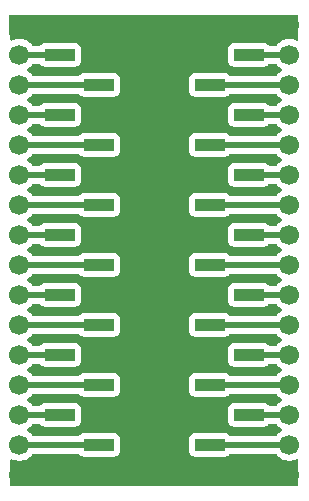
<source format=gbl>
G04 #@! TF.GenerationSoftware,KiCad,Pcbnew,9.0.6*
G04 #@! TF.CreationDate,2026-01-08T16:00:18-06:00*
G04 #@! TF.ProjectId,QFN-28_6x6_P0.65,51464e2d-3238-45f3-9678-365f50302e36,rev?*
G04 #@! TF.SameCoordinates,Original*
G04 #@! TF.FileFunction,Copper,L2,Bot*
G04 #@! TF.FilePolarity,Positive*
%FSLAX46Y46*%
G04 Gerber Fmt 4.6, Leading zero omitted, Abs format (unit mm)*
G04 Created by KiCad (PCBNEW 9.0.6) date 2026-01-08 16:00:18*
%MOMM*%
%LPD*%
G01*
G04 APERTURE LIST*
G04 Aperture macros list*
%AMRotRect*
0 Rectangle, with rotation*
0 The origin of the aperture is its center*
0 $1 length*
0 $2 width*
0 $3 Rotation angle, in degrees counterclockwise*
0 Add horizontal line*
21,1,$1,$2,0,0,$3*%
G04 Aperture macros list end*
G04 #@! TA.AperFunction,SMDPad,CuDef*
%ADD10R,2.510000X1.000000*%
G04 #@! TD*
G04 #@! TA.AperFunction,ComponentPad*
%ADD11C,1.700000*%
G04 #@! TD*
G04 #@! TA.AperFunction,ComponentPad*
%ADD12R,1.700000X1.700000*%
G04 #@! TD*
G04 #@! TA.AperFunction,HeatsinkPad*
%ADD13C,0.500000*%
G04 #@! TD*
G04 #@! TA.AperFunction,HeatsinkPad*
%ADD14RotRect,3.350000X3.350000X315.000000*%
G04 #@! TD*
G04 #@! TA.AperFunction,ViaPad*
%ADD15C,0.600000*%
G04 #@! TD*
G04 #@! TA.AperFunction,Conductor*
%ADD16C,0.500000*%
G04 #@! TD*
G04 APERTURE END LIST*
D10*
X121281000Y-91948000D03*
X124591000Y-94488000D03*
X121281000Y-97028000D03*
X124591000Y-99568000D03*
X121281000Y-102108000D03*
X124591000Y-104648000D03*
X121281000Y-107188000D03*
X124591000Y-109728000D03*
X121281000Y-112268000D03*
X124591000Y-114808000D03*
X121281000Y-117348000D03*
X124591000Y-119888000D03*
X121281000Y-122428000D03*
X124591000Y-124968000D03*
X121281000Y-127508000D03*
X124591000Y-130048000D03*
X111891000Y-91948000D03*
X108581000Y-94488000D03*
X111891000Y-97028000D03*
X108581000Y-99568000D03*
X111891000Y-102108000D03*
X108581000Y-104648000D03*
X111891000Y-107188000D03*
X108581000Y-109728000D03*
X111891000Y-112268000D03*
X108581000Y-114808000D03*
X111891000Y-117348000D03*
X108581000Y-119888000D03*
X111891000Y-122428000D03*
X108581000Y-124968000D03*
X111891000Y-127508000D03*
X108581000Y-130048000D03*
D11*
X128016000Y-91948000D03*
X128016000Y-94488000D03*
X128016000Y-97028000D03*
X128016000Y-99568000D03*
X128016000Y-102108000D03*
X128016000Y-104648000D03*
X128016000Y-107188000D03*
X128016000Y-109728000D03*
X128016000Y-112268000D03*
X128016000Y-114808000D03*
X128016000Y-117348000D03*
X128016000Y-119888000D03*
X128016000Y-122428000D03*
X128016000Y-124968000D03*
X128016000Y-127508000D03*
X128016000Y-130048000D03*
D12*
X105156000Y-91948000D03*
D11*
X105156000Y-94488000D03*
X105156000Y-97028000D03*
X105156000Y-99568000D03*
X105156000Y-102108000D03*
X105156000Y-104648000D03*
X105156000Y-107188000D03*
X105156000Y-109728000D03*
X105156000Y-112268000D03*
X105156000Y-114808000D03*
X105156000Y-117348000D03*
X105156000Y-119888000D03*
X105156000Y-122428000D03*
X105156000Y-124968000D03*
X105156000Y-127508000D03*
X105156000Y-130048000D03*
D13*
X116586000Y-107998484D03*
X117257751Y-107326733D03*
X117929503Y-106654981D03*
X118601254Y-105983230D03*
X115914249Y-107326733D03*
X116586000Y-106654981D03*
X117257751Y-105983230D03*
X117929503Y-105311479D03*
D14*
X116586000Y-105983230D03*
D13*
X115242497Y-106654981D03*
X115914249Y-105983230D03*
X116586000Y-105311479D03*
X117257751Y-104639727D03*
X114570746Y-105983230D03*
X115242497Y-105311479D03*
X115914249Y-104639727D03*
X116586000Y-103967976D03*
D15*
X116488625Y-123016723D03*
X116586000Y-101284230D03*
X116586000Y-110682230D03*
D16*
X124591000Y-94488000D02*
X128016000Y-94488000D01*
X121281000Y-97028000D02*
X128016000Y-97028000D01*
X124591000Y-99568000D02*
X128016000Y-99568000D01*
X121281000Y-102108000D02*
X128016000Y-102108000D01*
X124591000Y-104648000D02*
X128016000Y-104648000D01*
X121281000Y-107188000D02*
X128016000Y-107188000D01*
X124591000Y-109728000D02*
X128016000Y-109728000D01*
X121281000Y-112268000D02*
X128016000Y-112268000D01*
X124591000Y-114808000D02*
X128016000Y-114808000D01*
X121281000Y-117348000D02*
X128016000Y-117348000D01*
X124591000Y-119888000D02*
X128016000Y-119888000D01*
X121281000Y-122428000D02*
X128016000Y-122428000D01*
X124591000Y-124968000D02*
X128016000Y-124968000D01*
X128016000Y-127508000D02*
X121281000Y-127508000D01*
X105156000Y-130048000D02*
X128016000Y-130048000D01*
X111891000Y-127508000D02*
X105156000Y-127508000D01*
X105156000Y-124968000D02*
X108581000Y-124968000D01*
X111891000Y-122428000D02*
X105156000Y-122428000D01*
X105156000Y-119888000D02*
X108581000Y-119888000D01*
X111891000Y-117348000D02*
X105156000Y-117348000D01*
X105156000Y-114808000D02*
X108581000Y-114808000D01*
X111891000Y-112268000D02*
X105156000Y-112268000D01*
X105156000Y-109728000D02*
X108581000Y-109728000D01*
X111891000Y-107188000D02*
X105156000Y-107188000D01*
X105156000Y-104648000D02*
X108581000Y-104648000D01*
X111891000Y-102108000D02*
X105156000Y-102108000D01*
X105156000Y-99568000D02*
X108581000Y-99568000D01*
X111891000Y-97028000D02*
X105156000Y-97028000D01*
X105156000Y-94488000D02*
X108581000Y-94488000D01*
X111891000Y-91948000D02*
X128016000Y-91948000D01*
X105156000Y-91948000D02*
X111891000Y-91948000D01*
G04 #@! TA.AperFunction,Conductor*
G36*
X128728539Y-91136415D02*
G01*
X128774294Y-91189219D01*
X128785500Y-91240730D01*
X128785500Y-93162028D01*
X128765815Y-93229067D01*
X128713011Y-93274822D01*
X128643853Y-93284766D01*
X128605206Y-93272513D01*
X128534417Y-93236445D01*
X128534414Y-93236444D01*
X128534412Y-93236443D01*
X128332243Y-93170754D01*
X128332241Y-93170753D01*
X128332240Y-93170753D01*
X128170957Y-93145208D01*
X128122287Y-93137500D01*
X127909713Y-93137500D01*
X127861042Y-93145208D01*
X127699760Y-93170753D01*
X127497585Y-93236444D01*
X127308179Y-93332951D01*
X127136213Y-93457890D01*
X126985892Y-93608211D01*
X126929097Y-93686385D01*
X126873767Y-93729051D01*
X126828779Y-93737500D01*
X126345751Y-93737500D01*
X126278712Y-93717815D01*
X126246485Y-93687812D01*
X126203548Y-93630457D01*
X126203546Y-93630454D01*
X126203542Y-93630451D01*
X126088335Y-93544206D01*
X126088328Y-93544202D01*
X125953482Y-93493908D01*
X125953483Y-93493908D01*
X125893883Y-93487501D01*
X125893881Y-93487500D01*
X125893873Y-93487500D01*
X125893864Y-93487500D01*
X123288129Y-93487500D01*
X123288123Y-93487501D01*
X123228516Y-93493908D01*
X123093671Y-93544202D01*
X123093664Y-93544206D01*
X122978455Y-93630452D01*
X122978452Y-93630455D01*
X122892206Y-93745664D01*
X122892202Y-93745671D01*
X122841908Y-93880517D01*
X122835501Y-93940116D01*
X122835501Y-93940123D01*
X122835500Y-93940135D01*
X122835500Y-95035870D01*
X122835501Y-95035876D01*
X122841908Y-95095483D01*
X122892202Y-95230328D01*
X122892206Y-95230335D01*
X122978452Y-95345544D01*
X122978455Y-95345547D01*
X123093664Y-95431793D01*
X123093671Y-95431797D01*
X123228517Y-95482091D01*
X123228516Y-95482091D01*
X123235444Y-95482835D01*
X123288127Y-95488500D01*
X125893872Y-95488499D01*
X125953483Y-95482091D01*
X126088331Y-95431796D01*
X126203546Y-95345546D01*
X126230227Y-95309903D01*
X126246485Y-95288188D01*
X126302419Y-95246318D01*
X126345751Y-95238500D01*
X126828779Y-95238500D01*
X126895818Y-95258185D01*
X126929097Y-95289615D01*
X126985892Y-95367788D01*
X127136213Y-95518109D01*
X127308182Y-95643050D01*
X127316946Y-95647516D01*
X127367742Y-95695491D01*
X127384536Y-95763312D01*
X127361998Y-95829447D01*
X127316946Y-95868484D01*
X127308182Y-95872949D01*
X127136213Y-95997890D01*
X126985892Y-96148211D01*
X126929097Y-96226385D01*
X126873767Y-96269051D01*
X126828779Y-96277500D01*
X123035751Y-96277500D01*
X122968712Y-96257815D01*
X122936485Y-96227812D01*
X122893548Y-96170457D01*
X122893546Y-96170454D01*
X122893542Y-96170451D01*
X122778335Y-96084206D01*
X122778328Y-96084202D01*
X122643482Y-96033908D01*
X122643483Y-96033908D01*
X122583883Y-96027501D01*
X122583881Y-96027500D01*
X122583873Y-96027500D01*
X122583864Y-96027500D01*
X119978129Y-96027500D01*
X119978123Y-96027501D01*
X119918516Y-96033908D01*
X119783671Y-96084202D01*
X119783664Y-96084206D01*
X119668455Y-96170452D01*
X119668452Y-96170455D01*
X119582206Y-96285664D01*
X119582202Y-96285671D01*
X119531908Y-96420517D01*
X119525501Y-96480116D01*
X119525501Y-96480123D01*
X119525500Y-96480135D01*
X119525500Y-97575870D01*
X119525501Y-97575876D01*
X119531908Y-97635483D01*
X119582202Y-97770328D01*
X119582206Y-97770335D01*
X119668452Y-97885544D01*
X119668455Y-97885547D01*
X119783664Y-97971793D01*
X119783671Y-97971797D01*
X119918517Y-98022091D01*
X119918516Y-98022091D01*
X119925444Y-98022835D01*
X119978127Y-98028500D01*
X122583872Y-98028499D01*
X122643483Y-98022091D01*
X122778331Y-97971796D01*
X122893546Y-97885546D01*
X122920227Y-97849903D01*
X122936485Y-97828188D01*
X122992419Y-97786318D01*
X123035751Y-97778500D01*
X126828779Y-97778500D01*
X126895818Y-97798185D01*
X126929097Y-97829615D01*
X126985892Y-97907788D01*
X127136213Y-98058109D01*
X127308182Y-98183050D01*
X127316946Y-98187516D01*
X127367742Y-98235491D01*
X127384536Y-98303312D01*
X127361998Y-98369447D01*
X127316946Y-98408484D01*
X127308182Y-98412949D01*
X127136213Y-98537890D01*
X126985892Y-98688211D01*
X126929097Y-98766385D01*
X126873767Y-98809051D01*
X126828779Y-98817500D01*
X126345751Y-98817500D01*
X126278712Y-98797815D01*
X126246485Y-98767812D01*
X126203548Y-98710457D01*
X126203546Y-98710454D01*
X126203542Y-98710451D01*
X126088335Y-98624206D01*
X126088328Y-98624202D01*
X125953482Y-98573908D01*
X125953483Y-98573908D01*
X125893883Y-98567501D01*
X125893881Y-98567500D01*
X125893873Y-98567500D01*
X125893864Y-98567500D01*
X123288129Y-98567500D01*
X123288123Y-98567501D01*
X123228516Y-98573908D01*
X123093671Y-98624202D01*
X123093664Y-98624206D01*
X122978455Y-98710452D01*
X122978452Y-98710455D01*
X122892206Y-98825664D01*
X122892202Y-98825671D01*
X122841908Y-98960517D01*
X122835501Y-99020116D01*
X122835501Y-99020123D01*
X122835500Y-99020135D01*
X122835500Y-100115870D01*
X122835501Y-100115876D01*
X122841908Y-100175483D01*
X122892202Y-100310328D01*
X122892206Y-100310335D01*
X122978452Y-100425544D01*
X122978455Y-100425547D01*
X123093664Y-100511793D01*
X123093671Y-100511797D01*
X123228517Y-100562091D01*
X123228516Y-100562091D01*
X123235444Y-100562835D01*
X123288127Y-100568500D01*
X125893872Y-100568499D01*
X125953483Y-100562091D01*
X126088331Y-100511796D01*
X126203546Y-100425546D01*
X126230227Y-100389903D01*
X126246485Y-100368188D01*
X126302419Y-100326318D01*
X126345751Y-100318500D01*
X126828779Y-100318500D01*
X126895818Y-100338185D01*
X126929097Y-100369615D01*
X126985892Y-100447788D01*
X127136213Y-100598109D01*
X127308182Y-100723050D01*
X127316946Y-100727516D01*
X127367742Y-100775491D01*
X127384536Y-100843312D01*
X127361998Y-100909447D01*
X127316946Y-100948484D01*
X127308182Y-100952949D01*
X127136213Y-101077890D01*
X126985892Y-101228211D01*
X126929097Y-101306385D01*
X126873767Y-101349051D01*
X126828779Y-101357500D01*
X123035751Y-101357500D01*
X122968712Y-101337815D01*
X122936485Y-101307812D01*
X122893548Y-101250457D01*
X122893546Y-101250454D01*
X122893542Y-101250451D01*
X122778335Y-101164206D01*
X122778328Y-101164202D01*
X122643482Y-101113908D01*
X122643483Y-101113908D01*
X122583883Y-101107501D01*
X122583881Y-101107500D01*
X122583873Y-101107500D01*
X122583864Y-101107500D01*
X119978129Y-101107500D01*
X119978123Y-101107501D01*
X119918516Y-101113908D01*
X119783671Y-101164202D01*
X119783664Y-101164206D01*
X119668455Y-101250452D01*
X119668452Y-101250455D01*
X119582206Y-101365664D01*
X119582202Y-101365671D01*
X119531908Y-101500517D01*
X119525501Y-101560116D01*
X119525501Y-101560123D01*
X119525500Y-101560135D01*
X119525500Y-102655870D01*
X119525501Y-102655876D01*
X119531908Y-102715483D01*
X119582202Y-102850328D01*
X119582206Y-102850335D01*
X119668452Y-102965544D01*
X119668455Y-102965547D01*
X119783664Y-103051793D01*
X119783671Y-103051797D01*
X119918517Y-103102091D01*
X119918516Y-103102091D01*
X119925444Y-103102835D01*
X119978127Y-103108500D01*
X122583872Y-103108499D01*
X122643483Y-103102091D01*
X122778331Y-103051796D01*
X122893546Y-102965546D01*
X122920227Y-102929903D01*
X122936485Y-102908188D01*
X122992419Y-102866318D01*
X123035751Y-102858500D01*
X126828779Y-102858500D01*
X126895818Y-102878185D01*
X126929097Y-102909615D01*
X126985892Y-102987788D01*
X127136213Y-103138109D01*
X127308182Y-103263050D01*
X127316946Y-103267516D01*
X127367742Y-103315491D01*
X127384536Y-103383312D01*
X127361998Y-103449447D01*
X127316946Y-103488484D01*
X127308182Y-103492949D01*
X127136213Y-103617890D01*
X126985892Y-103768211D01*
X126929097Y-103846385D01*
X126873767Y-103889051D01*
X126828779Y-103897500D01*
X126345751Y-103897500D01*
X126278712Y-103877815D01*
X126246485Y-103847812D01*
X126203548Y-103790457D01*
X126203546Y-103790454D01*
X126203542Y-103790451D01*
X126088335Y-103704206D01*
X126088328Y-103704202D01*
X125953482Y-103653908D01*
X125953483Y-103653908D01*
X125893883Y-103647501D01*
X125893881Y-103647500D01*
X125893873Y-103647500D01*
X125893864Y-103647500D01*
X123288129Y-103647500D01*
X123288123Y-103647501D01*
X123228516Y-103653908D01*
X123093671Y-103704202D01*
X123093664Y-103704206D01*
X122978455Y-103790452D01*
X122978452Y-103790455D01*
X122892206Y-103905664D01*
X122892202Y-103905671D01*
X122841908Y-104040517D01*
X122835501Y-104100116D01*
X122835501Y-104100123D01*
X122835500Y-104100135D01*
X122835500Y-105195870D01*
X122835501Y-105195876D01*
X122841908Y-105255483D01*
X122892202Y-105390328D01*
X122892206Y-105390335D01*
X122978452Y-105505544D01*
X122978455Y-105505547D01*
X123093664Y-105591793D01*
X123093671Y-105591797D01*
X123228517Y-105642091D01*
X123228516Y-105642091D01*
X123235444Y-105642835D01*
X123288127Y-105648500D01*
X125893872Y-105648499D01*
X125953483Y-105642091D01*
X126088331Y-105591796D01*
X126203546Y-105505546D01*
X126230227Y-105469903D01*
X126246485Y-105448188D01*
X126302419Y-105406318D01*
X126345751Y-105398500D01*
X126828779Y-105398500D01*
X126895818Y-105418185D01*
X126929097Y-105449615D01*
X126985892Y-105527788D01*
X127136213Y-105678109D01*
X127308182Y-105803050D01*
X127316946Y-105807516D01*
X127367742Y-105855491D01*
X127384536Y-105923312D01*
X127361998Y-105989447D01*
X127316946Y-106028484D01*
X127308182Y-106032949D01*
X127136213Y-106157890D01*
X126985892Y-106308211D01*
X126929097Y-106386385D01*
X126873767Y-106429051D01*
X126828779Y-106437500D01*
X123035751Y-106437500D01*
X122968712Y-106417815D01*
X122936485Y-106387812D01*
X122893548Y-106330457D01*
X122893546Y-106330454D01*
X122893542Y-106330451D01*
X122778335Y-106244206D01*
X122778328Y-106244202D01*
X122643482Y-106193908D01*
X122643483Y-106193908D01*
X122583883Y-106187501D01*
X122583881Y-106187500D01*
X122583873Y-106187500D01*
X122583864Y-106187500D01*
X119978129Y-106187500D01*
X119978123Y-106187501D01*
X119918516Y-106193908D01*
X119783671Y-106244202D01*
X119783664Y-106244206D01*
X119668455Y-106330452D01*
X119668452Y-106330455D01*
X119582206Y-106445664D01*
X119582202Y-106445671D01*
X119531908Y-106580517D01*
X119525501Y-106640116D01*
X119525501Y-106640123D01*
X119525500Y-106640135D01*
X119525500Y-107735870D01*
X119525501Y-107735876D01*
X119531908Y-107795483D01*
X119582202Y-107930328D01*
X119582206Y-107930335D01*
X119668452Y-108045544D01*
X119668455Y-108045547D01*
X119783664Y-108131793D01*
X119783671Y-108131797D01*
X119918517Y-108182091D01*
X119918516Y-108182091D01*
X119925444Y-108182835D01*
X119978127Y-108188500D01*
X122583872Y-108188499D01*
X122643483Y-108182091D01*
X122778331Y-108131796D01*
X122893546Y-108045546D01*
X122920227Y-108009903D01*
X122936485Y-107988188D01*
X122992419Y-107946318D01*
X123035751Y-107938500D01*
X126828779Y-107938500D01*
X126895818Y-107958185D01*
X126929097Y-107989615D01*
X126985892Y-108067788D01*
X127136213Y-108218109D01*
X127308182Y-108343050D01*
X127316946Y-108347516D01*
X127367742Y-108395491D01*
X127384536Y-108463312D01*
X127361998Y-108529447D01*
X127316946Y-108568484D01*
X127308182Y-108572949D01*
X127136213Y-108697890D01*
X126985892Y-108848211D01*
X126929097Y-108926385D01*
X126873767Y-108969051D01*
X126828779Y-108977500D01*
X126345751Y-108977500D01*
X126278712Y-108957815D01*
X126246485Y-108927812D01*
X126203548Y-108870457D01*
X126203546Y-108870454D01*
X126203542Y-108870451D01*
X126088335Y-108784206D01*
X126088328Y-108784202D01*
X125953482Y-108733908D01*
X125953483Y-108733908D01*
X125893883Y-108727501D01*
X125893881Y-108727500D01*
X125893873Y-108727500D01*
X125893864Y-108727500D01*
X123288129Y-108727500D01*
X123288123Y-108727501D01*
X123228516Y-108733908D01*
X123093671Y-108784202D01*
X123093664Y-108784206D01*
X122978455Y-108870452D01*
X122978452Y-108870455D01*
X122892206Y-108985664D01*
X122892202Y-108985671D01*
X122841908Y-109120517D01*
X122835501Y-109180116D01*
X122835501Y-109180123D01*
X122835500Y-109180135D01*
X122835500Y-110275870D01*
X122835501Y-110275876D01*
X122841908Y-110335483D01*
X122892202Y-110470328D01*
X122892206Y-110470335D01*
X122978452Y-110585544D01*
X122978455Y-110585547D01*
X123093664Y-110671793D01*
X123093671Y-110671797D01*
X123228517Y-110722091D01*
X123228516Y-110722091D01*
X123235444Y-110722835D01*
X123288127Y-110728500D01*
X125893872Y-110728499D01*
X125953483Y-110722091D01*
X126088331Y-110671796D01*
X126203546Y-110585546D01*
X126230227Y-110549903D01*
X126246485Y-110528188D01*
X126302419Y-110486318D01*
X126345751Y-110478500D01*
X126828779Y-110478500D01*
X126895818Y-110498185D01*
X126929097Y-110529615D01*
X126985892Y-110607788D01*
X127136213Y-110758109D01*
X127308182Y-110883050D01*
X127316946Y-110887516D01*
X127367742Y-110935491D01*
X127384536Y-111003312D01*
X127361998Y-111069447D01*
X127316946Y-111108484D01*
X127308182Y-111112949D01*
X127136213Y-111237890D01*
X126985892Y-111388211D01*
X126929097Y-111466385D01*
X126873767Y-111509051D01*
X126828779Y-111517500D01*
X123035751Y-111517500D01*
X122968712Y-111497815D01*
X122936485Y-111467812D01*
X122893548Y-111410457D01*
X122893546Y-111410454D01*
X122893542Y-111410451D01*
X122778335Y-111324206D01*
X122778328Y-111324202D01*
X122643482Y-111273908D01*
X122643483Y-111273908D01*
X122583883Y-111267501D01*
X122583881Y-111267500D01*
X122583873Y-111267500D01*
X122583864Y-111267500D01*
X119978129Y-111267500D01*
X119978123Y-111267501D01*
X119918516Y-111273908D01*
X119783671Y-111324202D01*
X119783664Y-111324206D01*
X119668455Y-111410452D01*
X119668452Y-111410455D01*
X119582206Y-111525664D01*
X119582202Y-111525671D01*
X119531908Y-111660517D01*
X119525501Y-111720116D01*
X119525501Y-111720123D01*
X119525500Y-111720135D01*
X119525500Y-112815870D01*
X119525501Y-112815876D01*
X119531908Y-112875483D01*
X119582202Y-113010328D01*
X119582206Y-113010335D01*
X119668452Y-113125544D01*
X119668455Y-113125547D01*
X119783664Y-113211793D01*
X119783671Y-113211797D01*
X119918517Y-113262091D01*
X119918516Y-113262091D01*
X119925444Y-113262835D01*
X119978127Y-113268500D01*
X122583872Y-113268499D01*
X122643483Y-113262091D01*
X122778331Y-113211796D01*
X122893546Y-113125546D01*
X122920227Y-113089903D01*
X122936485Y-113068188D01*
X122992419Y-113026318D01*
X123035751Y-113018500D01*
X126828779Y-113018500D01*
X126895818Y-113038185D01*
X126929097Y-113069615D01*
X126985892Y-113147788D01*
X127136213Y-113298109D01*
X127308182Y-113423050D01*
X127316946Y-113427516D01*
X127367742Y-113475491D01*
X127384536Y-113543312D01*
X127361998Y-113609447D01*
X127316946Y-113648484D01*
X127308182Y-113652949D01*
X127136213Y-113777890D01*
X126985892Y-113928211D01*
X126929097Y-114006385D01*
X126873767Y-114049051D01*
X126828779Y-114057500D01*
X126345751Y-114057500D01*
X126278712Y-114037815D01*
X126246485Y-114007812D01*
X126203548Y-113950457D01*
X126203546Y-113950454D01*
X126203542Y-113950451D01*
X126088335Y-113864206D01*
X126088328Y-113864202D01*
X125953482Y-113813908D01*
X125953483Y-113813908D01*
X125893883Y-113807501D01*
X125893881Y-113807500D01*
X125893873Y-113807500D01*
X125893864Y-113807500D01*
X123288129Y-113807500D01*
X123288123Y-113807501D01*
X123228516Y-113813908D01*
X123093671Y-113864202D01*
X123093664Y-113864206D01*
X122978455Y-113950452D01*
X122978452Y-113950455D01*
X122892206Y-114065664D01*
X122892202Y-114065671D01*
X122841908Y-114200517D01*
X122835501Y-114260116D01*
X122835501Y-114260123D01*
X122835500Y-114260135D01*
X122835500Y-115355870D01*
X122835501Y-115355876D01*
X122841908Y-115415483D01*
X122892202Y-115550328D01*
X122892206Y-115550335D01*
X122978452Y-115665544D01*
X122978455Y-115665547D01*
X123093664Y-115751793D01*
X123093671Y-115751797D01*
X123228517Y-115802091D01*
X123228516Y-115802091D01*
X123235444Y-115802835D01*
X123288127Y-115808500D01*
X125893872Y-115808499D01*
X125953483Y-115802091D01*
X126088331Y-115751796D01*
X126203546Y-115665546D01*
X126230227Y-115629903D01*
X126246485Y-115608188D01*
X126302419Y-115566318D01*
X126345751Y-115558500D01*
X126828779Y-115558500D01*
X126895818Y-115578185D01*
X126929097Y-115609615D01*
X126985892Y-115687788D01*
X127136213Y-115838109D01*
X127308182Y-115963050D01*
X127316946Y-115967516D01*
X127367742Y-116015491D01*
X127384536Y-116083312D01*
X127361998Y-116149447D01*
X127316946Y-116188484D01*
X127308182Y-116192949D01*
X127136213Y-116317890D01*
X126985892Y-116468211D01*
X126929097Y-116546385D01*
X126873767Y-116589051D01*
X126828779Y-116597500D01*
X123035751Y-116597500D01*
X122968712Y-116577815D01*
X122936485Y-116547812D01*
X122893548Y-116490457D01*
X122893546Y-116490454D01*
X122893542Y-116490451D01*
X122778335Y-116404206D01*
X122778328Y-116404202D01*
X122643482Y-116353908D01*
X122643483Y-116353908D01*
X122583883Y-116347501D01*
X122583881Y-116347500D01*
X122583873Y-116347500D01*
X122583864Y-116347500D01*
X119978129Y-116347500D01*
X119978123Y-116347501D01*
X119918516Y-116353908D01*
X119783671Y-116404202D01*
X119783664Y-116404206D01*
X119668455Y-116490452D01*
X119668452Y-116490455D01*
X119582206Y-116605664D01*
X119582202Y-116605671D01*
X119531908Y-116740517D01*
X119525501Y-116800116D01*
X119525501Y-116800123D01*
X119525500Y-116800135D01*
X119525500Y-117895870D01*
X119525501Y-117895876D01*
X119531908Y-117955483D01*
X119582202Y-118090328D01*
X119582206Y-118090335D01*
X119668452Y-118205544D01*
X119668455Y-118205547D01*
X119783664Y-118291793D01*
X119783671Y-118291797D01*
X119918517Y-118342091D01*
X119918516Y-118342091D01*
X119925444Y-118342835D01*
X119978127Y-118348500D01*
X122583872Y-118348499D01*
X122643483Y-118342091D01*
X122778331Y-118291796D01*
X122893546Y-118205546D01*
X122920227Y-118169903D01*
X122936485Y-118148188D01*
X122992419Y-118106318D01*
X123035751Y-118098500D01*
X126828779Y-118098500D01*
X126895818Y-118118185D01*
X126929097Y-118149615D01*
X126985892Y-118227788D01*
X127136213Y-118378109D01*
X127308182Y-118503050D01*
X127316946Y-118507516D01*
X127367742Y-118555491D01*
X127384536Y-118623312D01*
X127361998Y-118689447D01*
X127316946Y-118728484D01*
X127308182Y-118732949D01*
X127136213Y-118857890D01*
X126985892Y-119008211D01*
X126929097Y-119086385D01*
X126873767Y-119129051D01*
X126828779Y-119137500D01*
X126345751Y-119137500D01*
X126278712Y-119117815D01*
X126246485Y-119087812D01*
X126203548Y-119030457D01*
X126203546Y-119030454D01*
X126203542Y-119030451D01*
X126088335Y-118944206D01*
X126088328Y-118944202D01*
X125953482Y-118893908D01*
X125953483Y-118893908D01*
X125893883Y-118887501D01*
X125893881Y-118887500D01*
X125893873Y-118887500D01*
X125893864Y-118887500D01*
X123288129Y-118887500D01*
X123288123Y-118887501D01*
X123228516Y-118893908D01*
X123093671Y-118944202D01*
X123093664Y-118944206D01*
X122978455Y-119030452D01*
X122978452Y-119030455D01*
X122892206Y-119145664D01*
X122892202Y-119145671D01*
X122841908Y-119280517D01*
X122835501Y-119340116D01*
X122835501Y-119340123D01*
X122835500Y-119340135D01*
X122835500Y-120435870D01*
X122835501Y-120435876D01*
X122841908Y-120495483D01*
X122892202Y-120630328D01*
X122892206Y-120630335D01*
X122978452Y-120745544D01*
X122978455Y-120745547D01*
X123093664Y-120831793D01*
X123093671Y-120831797D01*
X123228517Y-120882091D01*
X123228516Y-120882091D01*
X123235444Y-120882835D01*
X123288127Y-120888500D01*
X125893872Y-120888499D01*
X125953483Y-120882091D01*
X126088331Y-120831796D01*
X126203546Y-120745546D01*
X126230227Y-120709903D01*
X126246485Y-120688188D01*
X126302419Y-120646318D01*
X126345751Y-120638500D01*
X126828779Y-120638500D01*
X126895818Y-120658185D01*
X126929097Y-120689615D01*
X126985892Y-120767788D01*
X127136213Y-120918109D01*
X127308182Y-121043050D01*
X127316946Y-121047516D01*
X127367742Y-121095491D01*
X127384536Y-121163312D01*
X127361998Y-121229447D01*
X127316946Y-121268484D01*
X127308182Y-121272949D01*
X127136213Y-121397890D01*
X126985892Y-121548211D01*
X126929097Y-121626385D01*
X126873767Y-121669051D01*
X126828779Y-121677500D01*
X123035751Y-121677500D01*
X122968712Y-121657815D01*
X122936485Y-121627812D01*
X122893548Y-121570457D01*
X122893546Y-121570454D01*
X122893542Y-121570451D01*
X122778335Y-121484206D01*
X122778328Y-121484202D01*
X122643482Y-121433908D01*
X122643483Y-121433908D01*
X122583883Y-121427501D01*
X122583881Y-121427500D01*
X122583873Y-121427500D01*
X122583864Y-121427500D01*
X119978129Y-121427500D01*
X119978123Y-121427501D01*
X119918516Y-121433908D01*
X119783671Y-121484202D01*
X119783664Y-121484206D01*
X119668455Y-121570452D01*
X119668452Y-121570455D01*
X119582206Y-121685664D01*
X119582202Y-121685671D01*
X119531908Y-121820517D01*
X119525501Y-121880116D01*
X119525501Y-121880123D01*
X119525500Y-121880135D01*
X119525500Y-122975870D01*
X119525501Y-122975876D01*
X119531908Y-123035483D01*
X119582202Y-123170328D01*
X119582206Y-123170335D01*
X119668452Y-123285544D01*
X119668455Y-123285547D01*
X119783664Y-123371793D01*
X119783671Y-123371797D01*
X119918517Y-123422091D01*
X119918516Y-123422091D01*
X119925444Y-123422835D01*
X119978127Y-123428500D01*
X122583872Y-123428499D01*
X122643483Y-123422091D01*
X122778331Y-123371796D01*
X122893546Y-123285546D01*
X122920227Y-123249903D01*
X122936485Y-123228188D01*
X122992419Y-123186318D01*
X123035751Y-123178500D01*
X126828779Y-123178500D01*
X126895818Y-123198185D01*
X126929097Y-123229615D01*
X126985892Y-123307788D01*
X127136213Y-123458109D01*
X127308182Y-123583050D01*
X127316946Y-123587516D01*
X127367742Y-123635491D01*
X127384536Y-123703312D01*
X127361998Y-123769447D01*
X127316946Y-123808484D01*
X127308182Y-123812949D01*
X127136213Y-123937890D01*
X126985892Y-124088211D01*
X126929097Y-124166385D01*
X126873767Y-124209051D01*
X126828779Y-124217500D01*
X126345751Y-124217500D01*
X126278712Y-124197815D01*
X126246485Y-124167812D01*
X126203548Y-124110457D01*
X126203546Y-124110454D01*
X126203542Y-124110451D01*
X126088335Y-124024206D01*
X126088328Y-124024202D01*
X125953482Y-123973908D01*
X125953483Y-123973908D01*
X125893883Y-123967501D01*
X125893881Y-123967500D01*
X125893873Y-123967500D01*
X125893864Y-123967500D01*
X123288129Y-123967500D01*
X123288123Y-123967501D01*
X123228516Y-123973908D01*
X123093671Y-124024202D01*
X123093664Y-124024206D01*
X122978455Y-124110452D01*
X122978452Y-124110455D01*
X122892206Y-124225664D01*
X122892202Y-124225671D01*
X122841908Y-124360517D01*
X122835501Y-124420116D01*
X122835501Y-124420123D01*
X122835500Y-124420135D01*
X122835500Y-125515870D01*
X122835501Y-125515876D01*
X122841908Y-125575483D01*
X122892202Y-125710328D01*
X122892206Y-125710335D01*
X122978452Y-125825544D01*
X122978455Y-125825547D01*
X123093664Y-125911793D01*
X123093671Y-125911797D01*
X123228517Y-125962091D01*
X123228516Y-125962091D01*
X123235444Y-125962835D01*
X123288127Y-125968500D01*
X125893872Y-125968499D01*
X125953483Y-125962091D01*
X126088331Y-125911796D01*
X126203546Y-125825546D01*
X126230227Y-125789903D01*
X126246485Y-125768188D01*
X126302419Y-125726318D01*
X126345751Y-125718500D01*
X126828779Y-125718500D01*
X126895818Y-125738185D01*
X126929097Y-125769615D01*
X126985892Y-125847788D01*
X127136213Y-125998109D01*
X127308182Y-126123050D01*
X127316946Y-126127516D01*
X127367742Y-126175491D01*
X127384536Y-126243312D01*
X127361998Y-126309447D01*
X127316946Y-126348484D01*
X127308182Y-126352949D01*
X127136213Y-126477890D01*
X126985892Y-126628211D01*
X126929097Y-126706385D01*
X126873767Y-126749051D01*
X126828779Y-126757500D01*
X123035751Y-126757500D01*
X122968712Y-126737815D01*
X122936485Y-126707812D01*
X122893548Y-126650457D01*
X122893546Y-126650454D01*
X122893542Y-126650451D01*
X122778335Y-126564206D01*
X122778328Y-126564202D01*
X122643482Y-126513908D01*
X122643483Y-126513908D01*
X122583883Y-126507501D01*
X122583881Y-126507500D01*
X122583873Y-126507500D01*
X122583864Y-126507500D01*
X119978129Y-126507500D01*
X119978123Y-126507501D01*
X119918516Y-126513908D01*
X119783671Y-126564202D01*
X119783664Y-126564206D01*
X119668455Y-126650452D01*
X119668452Y-126650455D01*
X119582206Y-126765664D01*
X119582202Y-126765671D01*
X119531908Y-126900517D01*
X119525501Y-126960116D01*
X119525501Y-126960123D01*
X119525500Y-126960135D01*
X119525500Y-128055870D01*
X119525501Y-128055876D01*
X119531908Y-128115483D01*
X119582202Y-128250328D01*
X119582206Y-128250335D01*
X119668452Y-128365544D01*
X119668455Y-128365547D01*
X119783664Y-128451793D01*
X119783671Y-128451797D01*
X119918517Y-128502091D01*
X119918516Y-128502091D01*
X119925444Y-128502835D01*
X119978127Y-128508500D01*
X122583872Y-128508499D01*
X122643483Y-128502091D01*
X122778331Y-128451796D01*
X122893546Y-128365546D01*
X122920227Y-128329903D01*
X122936485Y-128308188D01*
X122992419Y-128266318D01*
X123035751Y-128258500D01*
X126828779Y-128258500D01*
X126895818Y-128278185D01*
X126929097Y-128309615D01*
X126985892Y-128387788D01*
X127136213Y-128538109D01*
X127308179Y-128663048D01*
X127308181Y-128663049D01*
X127308184Y-128663051D01*
X127497588Y-128759557D01*
X127699757Y-128825246D01*
X127909713Y-128858500D01*
X127909714Y-128858500D01*
X128122286Y-128858500D01*
X128122287Y-128858500D01*
X128332243Y-128825246D01*
X128534412Y-128759557D01*
X128605205Y-128723485D01*
X128673874Y-128710590D01*
X128738614Y-128736866D01*
X128778872Y-128793972D01*
X128785500Y-128833971D01*
X128785500Y-130885730D01*
X128765815Y-130952769D01*
X128713011Y-130998524D01*
X128661500Y-131009730D01*
X104510500Y-131009730D01*
X104443461Y-130990045D01*
X104397706Y-130937241D01*
X104386500Y-130885730D01*
X104386500Y-128833971D01*
X104406185Y-128766932D01*
X104458989Y-128721177D01*
X104528147Y-128711233D01*
X104566793Y-128723485D01*
X104637588Y-128759557D01*
X104839757Y-128825246D01*
X105049713Y-128858500D01*
X105049714Y-128858500D01*
X105262286Y-128858500D01*
X105262287Y-128858500D01*
X105472243Y-128825246D01*
X105674412Y-128759557D01*
X105863816Y-128663051D01*
X105885789Y-128647086D01*
X106035786Y-128538109D01*
X106035788Y-128538106D01*
X106035792Y-128538104D01*
X106186104Y-128387792D01*
X106202266Y-128365547D01*
X106242903Y-128309615D01*
X106298233Y-128266949D01*
X106343221Y-128258500D01*
X110136249Y-128258500D01*
X110203288Y-128278185D01*
X110235515Y-128308188D01*
X110278451Y-128365542D01*
X110278454Y-128365546D01*
X110278457Y-128365548D01*
X110393664Y-128451793D01*
X110393671Y-128451797D01*
X110528517Y-128502091D01*
X110528516Y-128502091D01*
X110535444Y-128502835D01*
X110588127Y-128508500D01*
X113193872Y-128508499D01*
X113253483Y-128502091D01*
X113388331Y-128451796D01*
X113503546Y-128365546D01*
X113589796Y-128250331D01*
X113640091Y-128115483D01*
X113646500Y-128055873D01*
X113646499Y-126960128D01*
X113640091Y-126900517D01*
X113589796Y-126765669D01*
X113589795Y-126765668D01*
X113589793Y-126765664D01*
X113503547Y-126650455D01*
X113503544Y-126650452D01*
X113388335Y-126564206D01*
X113388328Y-126564202D01*
X113253482Y-126513908D01*
X113253483Y-126513908D01*
X113193883Y-126507501D01*
X113193881Y-126507500D01*
X113193873Y-126507500D01*
X113193864Y-126507500D01*
X110588129Y-126507500D01*
X110588123Y-126507501D01*
X110528516Y-126513908D01*
X110393671Y-126564202D01*
X110393664Y-126564206D01*
X110278457Y-126650451D01*
X110278451Y-126650457D01*
X110235515Y-126707812D01*
X110179581Y-126749682D01*
X110136249Y-126757500D01*
X106343221Y-126757500D01*
X106276182Y-126737815D01*
X106242903Y-126706385D01*
X106186107Y-126628211D01*
X106035786Y-126477890D01*
X105863820Y-126352951D01*
X105863115Y-126352591D01*
X105855054Y-126348485D01*
X105804259Y-126300512D01*
X105787463Y-126232692D01*
X105809999Y-126166556D01*
X105855054Y-126127515D01*
X105863816Y-126123051D01*
X105885789Y-126107086D01*
X106035786Y-125998109D01*
X106035788Y-125998106D01*
X106035792Y-125998104D01*
X106186104Y-125847792D01*
X106202266Y-125825547D01*
X106242903Y-125769615D01*
X106298233Y-125726949D01*
X106343221Y-125718500D01*
X106826249Y-125718500D01*
X106893288Y-125738185D01*
X106925515Y-125768188D01*
X106968451Y-125825542D01*
X106968454Y-125825546D01*
X106968457Y-125825548D01*
X107083664Y-125911793D01*
X107083671Y-125911797D01*
X107218517Y-125962091D01*
X107218516Y-125962091D01*
X107225444Y-125962835D01*
X107278127Y-125968500D01*
X109883872Y-125968499D01*
X109943483Y-125962091D01*
X110078331Y-125911796D01*
X110193546Y-125825546D01*
X110279796Y-125710331D01*
X110330091Y-125575483D01*
X110336500Y-125515873D01*
X110336499Y-124420128D01*
X110330091Y-124360517D01*
X110279796Y-124225669D01*
X110279795Y-124225668D01*
X110279793Y-124225664D01*
X110193547Y-124110455D01*
X110193544Y-124110452D01*
X110078335Y-124024206D01*
X110078328Y-124024202D01*
X109943482Y-123973908D01*
X109943483Y-123973908D01*
X109883883Y-123967501D01*
X109883881Y-123967500D01*
X109883873Y-123967500D01*
X109883864Y-123967500D01*
X107278129Y-123967500D01*
X107278123Y-123967501D01*
X107218516Y-123973908D01*
X107083671Y-124024202D01*
X107083664Y-124024206D01*
X106968457Y-124110451D01*
X106968451Y-124110457D01*
X106925515Y-124167812D01*
X106869581Y-124209682D01*
X106826249Y-124217500D01*
X106343221Y-124217500D01*
X106276182Y-124197815D01*
X106242903Y-124166385D01*
X106186107Y-124088211D01*
X106035786Y-123937890D01*
X105863820Y-123812951D01*
X105863115Y-123812591D01*
X105855054Y-123808485D01*
X105804259Y-123760512D01*
X105787463Y-123692692D01*
X105809999Y-123626556D01*
X105855054Y-123587515D01*
X105863816Y-123583051D01*
X105885789Y-123567086D01*
X106035786Y-123458109D01*
X106035788Y-123458106D01*
X106035792Y-123458104D01*
X106186104Y-123307792D01*
X106202266Y-123285547D01*
X106242903Y-123229615D01*
X106298233Y-123186949D01*
X106343221Y-123178500D01*
X110136249Y-123178500D01*
X110203288Y-123198185D01*
X110235515Y-123228188D01*
X110278451Y-123285542D01*
X110278454Y-123285546D01*
X110278457Y-123285548D01*
X110393664Y-123371793D01*
X110393671Y-123371797D01*
X110528517Y-123422091D01*
X110528516Y-123422091D01*
X110535444Y-123422835D01*
X110588127Y-123428500D01*
X113193872Y-123428499D01*
X113253483Y-123422091D01*
X113388331Y-123371796D01*
X113503546Y-123285546D01*
X113589796Y-123170331D01*
X113640091Y-123035483D01*
X113646500Y-122975873D01*
X113646499Y-121880128D01*
X113640091Y-121820517D01*
X113589796Y-121685669D01*
X113589795Y-121685668D01*
X113589793Y-121685664D01*
X113503547Y-121570455D01*
X113503544Y-121570452D01*
X113388335Y-121484206D01*
X113388328Y-121484202D01*
X113253482Y-121433908D01*
X113253483Y-121433908D01*
X113193883Y-121427501D01*
X113193881Y-121427500D01*
X113193873Y-121427500D01*
X113193864Y-121427500D01*
X110588129Y-121427500D01*
X110588123Y-121427501D01*
X110528516Y-121433908D01*
X110393671Y-121484202D01*
X110393664Y-121484206D01*
X110278457Y-121570451D01*
X110278451Y-121570457D01*
X110235515Y-121627812D01*
X110179581Y-121669682D01*
X110136249Y-121677500D01*
X106343221Y-121677500D01*
X106276182Y-121657815D01*
X106242903Y-121626385D01*
X106186107Y-121548211D01*
X106035786Y-121397890D01*
X105863820Y-121272951D01*
X105863115Y-121272591D01*
X105855054Y-121268485D01*
X105804259Y-121220512D01*
X105787463Y-121152692D01*
X105809999Y-121086556D01*
X105855054Y-121047515D01*
X105863816Y-121043051D01*
X105885789Y-121027086D01*
X106035786Y-120918109D01*
X106035788Y-120918106D01*
X106035792Y-120918104D01*
X106186104Y-120767792D01*
X106202266Y-120745547D01*
X106242903Y-120689615D01*
X106298233Y-120646949D01*
X106343221Y-120638500D01*
X106826249Y-120638500D01*
X106893288Y-120658185D01*
X106925515Y-120688188D01*
X106968451Y-120745542D01*
X106968454Y-120745546D01*
X106968457Y-120745548D01*
X107083664Y-120831793D01*
X107083671Y-120831797D01*
X107218517Y-120882091D01*
X107218516Y-120882091D01*
X107225444Y-120882835D01*
X107278127Y-120888500D01*
X109883872Y-120888499D01*
X109943483Y-120882091D01*
X110078331Y-120831796D01*
X110193546Y-120745546D01*
X110279796Y-120630331D01*
X110330091Y-120495483D01*
X110336500Y-120435873D01*
X110336499Y-119340128D01*
X110330091Y-119280517D01*
X110279796Y-119145669D01*
X110279795Y-119145668D01*
X110279793Y-119145664D01*
X110193547Y-119030455D01*
X110193544Y-119030452D01*
X110078335Y-118944206D01*
X110078328Y-118944202D01*
X109943482Y-118893908D01*
X109943483Y-118893908D01*
X109883883Y-118887501D01*
X109883881Y-118887500D01*
X109883873Y-118887500D01*
X109883864Y-118887500D01*
X107278129Y-118887500D01*
X107278123Y-118887501D01*
X107218516Y-118893908D01*
X107083671Y-118944202D01*
X107083664Y-118944206D01*
X106968457Y-119030451D01*
X106968451Y-119030457D01*
X106925515Y-119087812D01*
X106869581Y-119129682D01*
X106826249Y-119137500D01*
X106343221Y-119137500D01*
X106276182Y-119117815D01*
X106242903Y-119086385D01*
X106186107Y-119008211D01*
X106035786Y-118857890D01*
X105863820Y-118732951D01*
X105863115Y-118732591D01*
X105855054Y-118728485D01*
X105804259Y-118680512D01*
X105787463Y-118612692D01*
X105809999Y-118546556D01*
X105855054Y-118507515D01*
X105863816Y-118503051D01*
X105885789Y-118487086D01*
X106035786Y-118378109D01*
X106035788Y-118378106D01*
X106035792Y-118378104D01*
X106186104Y-118227792D01*
X106202266Y-118205547D01*
X106242903Y-118149615D01*
X106298233Y-118106949D01*
X106343221Y-118098500D01*
X110136249Y-118098500D01*
X110203288Y-118118185D01*
X110235515Y-118148188D01*
X110278451Y-118205542D01*
X110278454Y-118205546D01*
X110278457Y-118205548D01*
X110393664Y-118291793D01*
X110393671Y-118291797D01*
X110528517Y-118342091D01*
X110528516Y-118342091D01*
X110535444Y-118342835D01*
X110588127Y-118348500D01*
X113193872Y-118348499D01*
X113253483Y-118342091D01*
X113388331Y-118291796D01*
X113503546Y-118205546D01*
X113589796Y-118090331D01*
X113640091Y-117955483D01*
X113646500Y-117895873D01*
X113646499Y-116800128D01*
X113640091Y-116740517D01*
X113589796Y-116605669D01*
X113589795Y-116605668D01*
X113589793Y-116605664D01*
X113503547Y-116490455D01*
X113503544Y-116490452D01*
X113388335Y-116404206D01*
X113388328Y-116404202D01*
X113253482Y-116353908D01*
X113253483Y-116353908D01*
X113193883Y-116347501D01*
X113193881Y-116347500D01*
X113193873Y-116347500D01*
X113193864Y-116347500D01*
X110588129Y-116347500D01*
X110588123Y-116347501D01*
X110528516Y-116353908D01*
X110393671Y-116404202D01*
X110393664Y-116404206D01*
X110278457Y-116490451D01*
X110278451Y-116490457D01*
X110235515Y-116547812D01*
X110179581Y-116589682D01*
X110136249Y-116597500D01*
X106343221Y-116597500D01*
X106276182Y-116577815D01*
X106242903Y-116546385D01*
X106186107Y-116468211D01*
X106035786Y-116317890D01*
X105863820Y-116192951D01*
X105863115Y-116192591D01*
X105855054Y-116188485D01*
X105804259Y-116140512D01*
X105787463Y-116072692D01*
X105809999Y-116006556D01*
X105855054Y-115967515D01*
X105863816Y-115963051D01*
X105885789Y-115947086D01*
X106035786Y-115838109D01*
X106035788Y-115838106D01*
X106035792Y-115838104D01*
X106186104Y-115687792D01*
X106202266Y-115665547D01*
X106242903Y-115609615D01*
X106298233Y-115566949D01*
X106343221Y-115558500D01*
X106826249Y-115558500D01*
X106893288Y-115578185D01*
X106925515Y-115608188D01*
X106968451Y-115665542D01*
X106968454Y-115665546D01*
X106968457Y-115665548D01*
X107083664Y-115751793D01*
X107083671Y-115751797D01*
X107218517Y-115802091D01*
X107218516Y-115802091D01*
X107225444Y-115802835D01*
X107278127Y-115808500D01*
X109883872Y-115808499D01*
X109943483Y-115802091D01*
X110078331Y-115751796D01*
X110193546Y-115665546D01*
X110279796Y-115550331D01*
X110330091Y-115415483D01*
X110336500Y-115355873D01*
X110336499Y-114260128D01*
X110330091Y-114200517D01*
X110279796Y-114065669D01*
X110279795Y-114065668D01*
X110279793Y-114065664D01*
X110193547Y-113950455D01*
X110193544Y-113950452D01*
X110078335Y-113864206D01*
X110078328Y-113864202D01*
X109943482Y-113813908D01*
X109943483Y-113813908D01*
X109883883Y-113807501D01*
X109883881Y-113807500D01*
X109883873Y-113807500D01*
X109883864Y-113807500D01*
X107278129Y-113807500D01*
X107278123Y-113807501D01*
X107218516Y-113813908D01*
X107083671Y-113864202D01*
X107083664Y-113864206D01*
X106968457Y-113950451D01*
X106968451Y-113950457D01*
X106925515Y-114007812D01*
X106869581Y-114049682D01*
X106826249Y-114057500D01*
X106343221Y-114057500D01*
X106276182Y-114037815D01*
X106242903Y-114006385D01*
X106186107Y-113928211D01*
X106035786Y-113777890D01*
X105863820Y-113652951D01*
X105863115Y-113652591D01*
X105855054Y-113648485D01*
X105804259Y-113600512D01*
X105787463Y-113532692D01*
X105809999Y-113466556D01*
X105855054Y-113427515D01*
X105863816Y-113423051D01*
X105885789Y-113407086D01*
X106035786Y-113298109D01*
X106035788Y-113298106D01*
X106035792Y-113298104D01*
X106186104Y-113147792D01*
X106202266Y-113125547D01*
X106242903Y-113069615D01*
X106298233Y-113026949D01*
X106343221Y-113018500D01*
X110136249Y-113018500D01*
X110203288Y-113038185D01*
X110235515Y-113068188D01*
X110278451Y-113125542D01*
X110278454Y-113125546D01*
X110278457Y-113125548D01*
X110393664Y-113211793D01*
X110393671Y-113211797D01*
X110528517Y-113262091D01*
X110528516Y-113262091D01*
X110535444Y-113262835D01*
X110588127Y-113268500D01*
X113193872Y-113268499D01*
X113253483Y-113262091D01*
X113388331Y-113211796D01*
X113503546Y-113125546D01*
X113589796Y-113010331D01*
X113640091Y-112875483D01*
X113646500Y-112815873D01*
X113646499Y-111720128D01*
X113640091Y-111660517D01*
X113589796Y-111525669D01*
X113589795Y-111525668D01*
X113589793Y-111525664D01*
X113503547Y-111410455D01*
X113503544Y-111410452D01*
X113388335Y-111324206D01*
X113388328Y-111324202D01*
X113253482Y-111273908D01*
X113253483Y-111273908D01*
X113193883Y-111267501D01*
X113193881Y-111267500D01*
X113193873Y-111267500D01*
X113193864Y-111267500D01*
X110588129Y-111267500D01*
X110588123Y-111267501D01*
X110528516Y-111273908D01*
X110393671Y-111324202D01*
X110393664Y-111324206D01*
X110278457Y-111410451D01*
X110278451Y-111410457D01*
X110235515Y-111467812D01*
X110179581Y-111509682D01*
X110136249Y-111517500D01*
X106343221Y-111517500D01*
X106276182Y-111497815D01*
X106242903Y-111466385D01*
X106186107Y-111388211D01*
X106035786Y-111237890D01*
X105863820Y-111112951D01*
X105863115Y-111112591D01*
X105855054Y-111108485D01*
X105804259Y-111060512D01*
X105787463Y-110992692D01*
X105809999Y-110926556D01*
X105855054Y-110887515D01*
X105863816Y-110883051D01*
X105885789Y-110867086D01*
X106035786Y-110758109D01*
X106035788Y-110758106D01*
X106035792Y-110758104D01*
X106186104Y-110607792D01*
X106202266Y-110585547D01*
X106242903Y-110529615D01*
X106298233Y-110486949D01*
X106343221Y-110478500D01*
X106826249Y-110478500D01*
X106893288Y-110498185D01*
X106925515Y-110528188D01*
X106968451Y-110585542D01*
X106968454Y-110585546D01*
X106968457Y-110585548D01*
X107083664Y-110671793D01*
X107083671Y-110671797D01*
X107218517Y-110722091D01*
X107218516Y-110722091D01*
X107225444Y-110722835D01*
X107278127Y-110728500D01*
X109883872Y-110728499D01*
X109943483Y-110722091D01*
X110078331Y-110671796D01*
X110193546Y-110585546D01*
X110279796Y-110470331D01*
X110330091Y-110335483D01*
X110336500Y-110275873D01*
X110336499Y-109180128D01*
X110330091Y-109120517D01*
X110279796Y-108985669D01*
X110279795Y-108985668D01*
X110279793Y-108985664D01*
X110193547Y-108870455D01*
X110193544Y-108870452D01*
X110078335Y-108784206D01*
X110078328Y-108784202D01*
X109943482Y-108733908D01*
X109943483Y-108733908D01*
X109883883Y-108727501D01*
X109883881Y-108727500D01*
X109883873Y-108727500D01*
X109883864Y-108727500D01*
X107278129Y-108727500D01*
X107278123Y-108727501D01*
X107218516Y-108733908D01*
X107083671Y-108784202D01*
X107083664Y-108784206D01*
X106968457Y-108870451D01*
X106968451Y-108870457D01*
X106925515Y-108927812D01*
X106869581Y-108969682D01*
X106826249Y-108977500D01*
X106343221Y-108977500D01*
X106276182Y-108957815D01*
X106242903Y-108926385D01*
X106186107Y-108848211D01*
X106035786Y-108697890D01*
X105863820Y-108572951D01*
X105863115Y-108572591D01*
X105855054Y-108568485D01*
X105804259Y-108520512D01*
X105787463Y-108452692D01*
X105809999Y-108386556D01*
X105855054Y-108347515D01*
X105863816Y-108343051D01*
X105885789Y-108327086D01*
X106035786Y-108218109D01*
X106035788Y-108218106D01*
X106035792Y-108218104D01*
X106186104Y-108067792D01*
X106202266Y-108045547D01*
X106242903Y-107989615D01*
X106298233Y-107946949D01*
X106343221Y-107938500D01*
X110136249Y-107938500D01*
X110203288Y-107958185D01*
X110235515Y-107988188D01*
X110278451Y-108045542D01*
X110278454Y-108045546D01*
X110278457Y-108045548D01*
X110393664Y-108131793D01*
X110393671Y-108131797D01*
X110528517Y-108182091D01*
X110528516Y-108182091D01*
X110535444Y-108182835D01*
X110588127Y-108188500D01*
X113193872Y-108188499D01*
X113253483Y-108182091D01*
X113388331Y-108131796D01*
X113503546Y-108045546D01*
X113589796Y-107930331D01*
X113640091Y-107795483D01*
X113646500Y-107735873D01*
X113646499Y-106640128D01*
X113640091Y-106580517D01*
X113589796Y-106445669D01*
X113589795Y-106445668D01*
X113589793Y-106445664D01*
X113503547Y-106330455D01*
X113503544Y-106330452D01*
X113388335Y-106244206D01*
X113388328Y-106244202D01*
X113253482Y-106193908D01*
X113253483Y-106193908D01*
X113193883Y-106187501D01*
X113193881Y-106187500D01*
X113193873Y-106187500D01*
X113193864Y-106187500D01*
X110588129Y-106187500D01*
X110588123Y-106187501D01*
X110528516Y-106193908D01*
X110393671Y-106244202D01*
X110393664Y-106244206D01*
X110278457Y-106330451D01*
X110278451Y-106330457D01*
X110235515Y-106387812D01*
X110179581Y-106429682D01*
X110136249Y-106437500D01*
X106343221Y-106437500D01*
X106276182Y-106417815D01*
X106242903Y-106386385D01*
X106186107Y-106308211D01*
X106035786Y-106157890D01*
X105863820Y-106032951D01*
X105863115Y-106032591D01*
X105855054Y-106028485D01*
X105804259Y-105980512D01*
X105787463Y-105912692D01*
X105809999Y-105846556D01*
X105855054Y-105807515D01*
X105863816Y-105803051D01*
X105885789Y-105787086D01*
X106035786Y-105678109D01*
X106035788Y-105678106D01*
X106035792Y-105678104D01*
X106186104Y-105527792D01*
X106202266Y-105505547D01*
X106242903Y-105449615D01*
X106298233Y-105406949D01*
X106343221Y-105398500D01*
X106826249Y-105398500D01*
X106893288Y-105418185D01*
X106925515Y-105448188D01*
X106968451Y-105505542D01*
X106968454Y-105505546D01*
X106968457Y-105505548D01*
X107083664Y-105591793D01*
X107083671Y-105591797D01*
X107218517Y-105642091D01*
X107218516Y-105642091D01*
X107225444Y-105642835D01*
X107278127Y-105648500D01*
X109883872Y-105648499D01*
X109943483Y-105642091D01*
X110078331Y-105591796D01*
X110193546Y-105505546D01*
X110279796Y-105390331D01*
X110330091Y-105255483D01*
X110336500Y-105195873D01*
X110336499Y-104100128D01*
X110330091Y-104040517D01*
X110279796Y-103905669D01*
X110279795Y-103905668D01*
X110279793Y-103905664D01*
X110193547Y-103790455D01*
X110193544Y-103790452D01*
X110078335Y-103704206D01*
X110078328Y-103704202D01*
X109943482Y-103653908D01*
X109943483Y-103653908D01*
X109883883Y-103647501D01*
X109883881Y-103647500D01*
X109883873Y-103647500D01*
X109883864Y-103647500D01*
X107278129Y-103647500D01*
X107278123Y-103647501D01*
X107218516Y-103653908D01*
X107083671Y-103704202D01*
X107083664Y-103704206D01*
X106968457Y-103790451D01*
X106968451Y-103790457D01*
X106925515Y-103847812D01*
X106869581Y-103889682D01*
X106826249Y-103897500D01*
X106343221Y-103897500D01*
X106276182Y-103877815D01*
X106242903Y-103846385D01*
X106186107Y-103768211D01*
X106035786Y-103617890D01*
X105863820Y-103492951D01*
X105863115Y-103492591D01*
X105855054Y-103488485D01*
X105804259Y-103440512D01*
X105787463Y-103372692D01*
X105809999Y-103306556D01*
X105855054Y-103267515D01*
X105863816Y-103263051D01*
X105885789Y-103247086D01*
X106035786Y-103138109D01*
X106035788Y-103138106D01*
X106035792Y-103138104D01*
X106186104Y-102987792D01*
X106202266Y-102965547D01*
X106242903Y-102909615D01*
X106298233Y-102866949D01*
X106343221Y-102858500D01*
X110136249Y-102858500D01*
X110203288Y-102878185D01*
X110235515Y-102908188D01*
X110278451Y-102965542D01*
X110278454Y-102965546D01*
X110278457Y-102965548D01*
X110393664Y-103051793D01*
X110393671Y-103051797D01*
X110528517Y-103102091D01*
X110528516Y-103102091D01*
X110535444Y-103102835D01*
X110588127Y-103108500D01*
X113193872Y-103108499D01*
X113253483Y-103102091D01*
X113388331Y-103051796D01*
X113503546Y-102965546D01*
X113589796Y-102850331D01*
X113640091Y-102715483D01*
X113646500Y-102655873D01*
X113646499Y-101560128D01*
X113640091Y-101500517D01*
X113589796Y-101365669D01*
X113589795Y-101365668D01*
X113589793Y-101365664D01*
X113503547Y-101250455D01*
X113503544Y-101250452D01*
X113388335Y-101164206D01*
X113388328Y-101164202D01*
X113253482Y-101113908D01*
X113253483Y-101113908D01*
X113193883Y-101107501D01*
X113193881Y-101107500D01*
X113193873Y-101107500D01*
X113193864Y-101107500D01*
X110588129Y-101107500D01*
X110588123Y-101107501D01*
X110528516Y-101113908D01*
X110393671Y-101164202D01*
X110393664Y-101164206D01*
X110278457Y-101250451D01*
X110278451Y-101250457D01*
X110235515Y-101307812D01*
X110179581Y-101349682D01*
X110136249Y-101357500D01*
X106343221Y-101357500D01*
X106276182Y-101337815D01*
X106242903Y-101306385D01*
X106186107Y-101228211D01*
X106035786Y-101077890D01*
X105863820Y-100952951D01*
X105863115Y-100952591D01*
X105855054Y-100948485D01*
X105804259Y-100900512D01*
X105787463Y-100832692D01*
X105809999Y-100766556D01*
X105855054Y-100727515D01*
X105863816Y-100723051D01*
X105885789Y-100707086D01*
X106035786Y-100598109D01*
X106035788Y-100598106D01*
X106035792Y-100598104D01*
X106186104Y-100447792D01*
X106202266Y-100425547D01*
X106242903Y-100369615D01*
X106298233Y-100326949D01*
X106343221Y-100318500D01*
X106826249Y-100318500D01*
X106893288Y-100338185D01*
X106925515Y-100368188D01*
X106968451Y-100425542D01*
X106968454Y-100425546D01*
X106968457Y-100425548D01*
X107083664Y-100511793D01*
X107083671Y-100511797D01*
X107218517Y-100562091D01*
X107218516Y-100562091D01*
X107225444Y-100562835D01*
X107278127Y-100568500D01*
X109883872Y-100568499D01*
X109943483Y-100562091D01*
X110078331Y-100511796D01*
X110193546Y-100425546D01*
X110279796Y-100310331D01*
X110330091Y-100175483D01*
X110336500Y-100115873D01*
X110336499Y-99020128D01*
X110330091Y-98960517D01*
X110279796Y-98825669D01*
X110279795Y-98825668D01*
X110279793Y-98825664D01*
X110193547Y-98710455D01*
X110193544Y-98710452D01*
X110078335Y-98624206D01*
X110078328Y-98624202D01*
X109943482Y-98573908D01*
X109943483Y-98573908D01*
X109883883Y-98567501D01*
X109883881Y-98567500D01*
X109883873Y-98567500D01*
X109883864Y-98567500D01*
X107278129Y-98567500D01*
X107278123Y-98567501D01*
X107218516Y-98573908D01*
X107083671Y-98624202D01*
X107083664Y-98624206D01*
X106968457Y-98710451D01*
X106968451Y-98710457D01*
X106925515Y-98767812D01*
X106869581Y-98809682D01*
X106826249Y-98817500D01*
X106343221Y-98817500D01*
X106276182Y-98797815D01*
X106242903Y-98766385D01*
X106186107Y-98688211D01*
X106035786Y-98537890D01*
X105863820Y-98412951D01*
X105863115Y-98412591D01*
X105855054Y-98408485D01*
X105804259Y-98360512D01*
X105787463Y-98292692D01*
X105809999Y-98226556D01*
X105855054Y-98187515D01*
X105863816Y-98183051D01*
X105885789Y-98167086D01*
X106035786Y-98058109D01*
X106035788Y-98058106D01*
X106035792Y-98058104D01*
X106186104Y-97907792D01*
X106202266Y-97885547D01*
X106242903Y-97829615D01*
X106298233Y-97786949D01*
X106343221Y-97778500D01*
X110136249Y-97778500D01*
X110203288Y-97798185D01*
X110235515Y-97828188D01*
X110278451Y-97885542D01*
X110278454Y-97885546D01*
X110278457Y-97885548D01*
X110393664Y-97971793D01*
X110393671Y-97971797D01*
X110528517Y-98022091D01*
X110528516Y-98022091D01*
X110535444Y-98022835D01*
X110588127Y-98028500D01*
X113193872Y-98028499D01*
X113253483Y-98022091D01*
X113388331Y-97971796D01*
X113503546Y-97885546D01*
X113589796Y-97770331D01*
X113640091Y-97635483D01*
X113646500Y-97575873D01*
X113646499Y-96480128D01*
X113640091Y-96420517D01*
X113589796Y-96285669D01*
X113589795Y-96285668D01*
X113589793Y-96285664D01*
X113503547Y-96170455D01*
X113503544Y-96170452D01*
X113388335Y-96084206D01*
X113388328Y-96084202D01*
X113253482Y-96033908D01*
X113253483Y-96033908D01*
X113193883Y-96027501D01*
X113193881Y-96027500D01*
X113193873Y-96027500D01*
X113193864Y-96027500D01*
X110588129Y-96027500D01*
X110588123Y-96027501D01*
X110528516Y-96033908D01*
X110393671Y-96084202D01*
X110393664Y-96084206D01*
X110278457Y-96170451D01*
X110278451Y-96170457D01*
X110235515Y-96227812D01*
X110179581Y-96269682D01*
X110136249Y-96277500D01*
X106343221Y-96277500D01*
X106276182Y-96257815D01*
X106242903Y-96226385D01*
X106186107Y-96148211D01*
X106035786Y-95997890D01*
X105863820Y-95872951D01*
X105863115Y-95872591D01*
X105855054Y-95868485D01*
X105804259Y-95820512D01*
X105787463Y-95752692D01*
X105809999Y-95686556D01*
X105855054Y-95647515D01*
X105863816Y-95643051D01*
X105885789Y-95627086D01*
X106035786Y-95518109D01*
X106035788Y-95518106D01*
X106035792Y-95518104D01*
X106186104Y-95367792D01*
X106202266Y-95345547D01*
X106242903Y-95289615D01*
X106298233Y-95246949D01*
X106343221Y-95238500D01*
X106826249Y-95238500D01*
X106893288Y-95258185D01*
X106925515Y-95288188D01*
X106968451Y-95345542D01*
X106968454Y-95345546D01*
X106968457Y-95345548D01*
X107083664Y-95431793D01*
X107083671Y-95431797D01*
X107218517Y-95482091D01*
X107218516Y-95482091D01*
X107225444Y-95482835D01*
X107278127Y-95488500D01*
X109883872Y-95488499D01*
X109943483Y-95482091D01*
X110078331Y-95431796D01*
X110193546Y-95345546D01*
X110279796Y-95230331D01*
X110330091Y-95095483D01*
X110336500Y-95035873D01*
X110336499Y-93940128D01*
X110330091Y-93880517D01*
X110279796Y-93745669D01*
X110279795Y-93745668D01*
X110279793Y-93745664D01*
X110193547Y-93630455D01*
X110193544Y-93630452D01*
X110078335Y-93544206D01*
X110078328Y-93544202D01*
X109943482Y-93493908D01*
X109943483Y-93493908D01*
X109883883Y-93487501D01*
X109883881Y-93487500D01*
X109883873Y-93487500D01*
X109883864Y-93487500D01*
X107278129Y-93487500D01*
X107278123Y-93487501D01*
X107218516Y-93493908D01*
X107083671Y-93544202D01*
X107083664Y-93544206D01*
X106968457Y-93630451D01*
X106968451Y-93630457D01*
X106925515Y-93687812D01*
X106869581Y-93729682D01*
X106826249Y-93737500D01*
X106343221Y-93737500D01*
X106276182Y-93717815D01*
X106242903Y-93686385D01*
X106186107Y-93608211D01*
X106035786Y-93457890D01*
X105863820Y-93332951D01*
X105674414Y-93236444D01*
X105674413Y-93236443D01*
X105674412Y-93236443D01*
X105472243Y-93170754D01*
X105472241Y-93170753D01*
X105472240Y-93170753D01*
X105310957Y-93145208D01*
X105262287Y-93137500D01*
X105049713Y-93137500D01*
X105001042Y-93145208D01*
X104839760Y-93170753D01*
X104637582Y-93236445D01*
X104566794Y-93272513D01*
X104498125Y-93285409D01*
X104433384Y-93259132D01*
X104393128Y-93202025D01*
X104386500Y-93162028D01*
X104386500Y-91240730D01*
X104406185Y-91173691D01*
X104458989Y-91127936D01*
X104510500Y-91116730D01*
X128661500Y-91116730D01*
X128728539Y-91136415D01*
G37*
G04 #@! TD.AperFunction*
M02*

</source>
